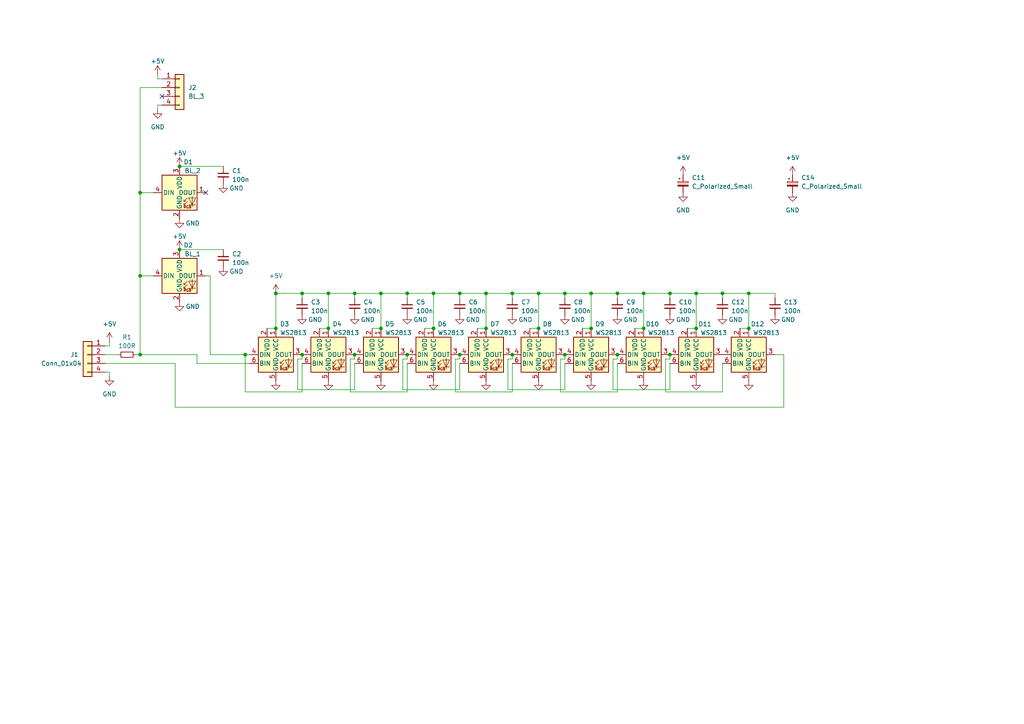
<source format=kicad_sch>
(kicad_sch (version 20230121) (generator eeschema)
  (paper "A4")
  (lib_symbols
    (symbol "Connector_Generic:Conn_01x04" (pin_names (offset 1.016) hide)
      (property "Reference" "J" (at 0 5.08 0))
      (property "Value" "Conn_01x04" (at 0 -7.62 0))
      (symbol "Conn_01x04_1_1"
        (rectangle (start -1.27 -4.953) (end 0 -5.207) (stroke (width 0.1524)))
        (rectangle (start -1.27 -2.413) (end 0 -2.667) (stroke (width 0.1524)))
        (rectangle (start -1.27 0.127) (end 0 -0.127) (stroke (width 0.1524)))
        (rectangle (start -1.27 2.667) (end 0 2.413) (stroke (width 0.1524)))
        (rectangle (start -1.27 3.81) (end 1.27 -6.35) (stroke (width 0.254)) (fill (type background)))
        (pin passive line (at -5.08 2.54 0) (length 3.81) (name "Pin_1") (number "1"))
        (pin passive line (at -5.08 0 0) (length 3.81) (name "Pin_2") (number "2"))
        (pin passive line (at -5.08 -2.54 0) (length 3.81) (name "Pin_3") (number "3"))
        (pin passive line (at -5.08 -5.08 0) (length 3.81) (name "Pin_4") (number "4"))
      )
    )
    (symbol "Device:C_Polarized_Small" (pin_numbers hide) (pin_names (offset 0.254) hide)
      (property "Reference" "C" (at 0.254 1.778 0))
      (property "Value" "C_Polarized_Small" (at 0.254 -2.032 0))
      (symbol "C_Polarized_Small_0_1"
        (rectangle (start -1.524 -0.3048) (end 1.524 -0.6858) (fill (type outline)))
        (rectangle (start -1.524 0.6858) (end 1.524 0.3048))
        (polyline (pts (xy -1.27 1.524) (xy -0.762 1.524)))
        (polyline (pts (xy -1.016 1.27) (xy -1.016 1.778)))
      )
      (symbol "C_Polarized_Small_1_1"
        (pin passive line (at 0 2.54 270) (length 1.8542) (name "~") (number "1"))
        (pin passive line (at 0 -2.54 90) (length 1.8542) (name "~") (number "2"))
      )
    )
    (symbol "Device:C_Small" (pin_numbers hide) (pin_names (offset 0.254) hide)
      (property "Reference" "C" (at 0.254 1.778 0))
      (property "Value" "C_Small" (at 0.254 -2.032 0))
      (symbol "C_Small_0_1"
        (polyline (pts (xy -1.524 -0.508) (xy 1.524 -0.508)) (stroke (width 0.3302)))
        (polyline (pts (xy -1.524 0.508) (xy 1.524 0.508)) (stroke (width 0.3048)))
      )
      (symbol "C_Small_1_1"
        (pin passive line (at 0 2.54 270) (length 2.032) (name "~") (number "1"))
        (pin passive line (at 0 -2.54 90) (length 2.032) (name "~") (number "2"))
      )
    )
    (symbol "Device:R_Small" (pin_numbers hide) (pin_names (offset 0.254) hide)
      (property "Reference" "R" (at 0.762 0.508 0))
      (property "Value" "R_Small" (at 0.762 -1.016 0))
      (symbol "R_Small_0_1"
        (rectangle (start -0.762 1.778) (end 0.762 -1.778) (stroke (width 0.2032)))
      )
      (symbol "R_Small_1_1"
        (pin passive line (at 0 2.54 270) (length 0.762) (name "~") (number "1"))
        (pin passive line (at 0 -2.54 90) (length 0.762) (name "~") (number "2"))
      )
    )
    (symbol "LED:NeoPixel_THT" (pin_names (offset 0.254))
      (property "Reference" "D" (at 5.08 5.715 0))
      (property "Value" "NeoPixel_THT" (at 1.27 -5.715 0))
      (symbol "NeoPixel_THT_0_0"
        (text "RGB" (at 2.286 -4.191 0) (effects (font (size 0.762 0.762))))
      )
      (symbol "NeoPixel_THT_0_1"
        (polyline (pts (xy 1.27 -3.556) (xy 1.778 -3.556)))
        (polyline (pts (xy 1.27 -2.54) (xy 1.778 -2.54)))
        (polyline (pts (xy 4.699 -3.556) (xy 2.667 -3.556)))
        (polyline (pts (xy 2.286 -2.54) (xy 1.27 -3.556) (xy 1.27 -3.048)))
        (polyline (pts (xy 2.286 -1.524) (xy 1.27 -2.54) (xy 1.27 -2.032)))
        (polyline (pts (xy 3.683 -1.016) (xy 3.683 -3.556) (xy 3.683 -4.064)))
        (polyline (pts (xy 4.699 -1.524) (xy 2.667 -1.524) (xy 3.683 -3.556) (xy 4.699 -1.524)))
        (rectangle (start 5.08 5.08) (end -5.08 -5.08) (stroke (width 0.254)) (fill (type background)))
      )
      (symbol "NeoPixel_THT_1_1"
        (pin output line (at 7.62 0 180) (length 2.54) (name "DOUT") (number "1"))
        (pin power_in line (at 0 -7.62 90) (length 2.54) (name "GND") (number "2"))
        (pin power_in line (at 0 7.62 270) (length 2.54) (name "VDD") (number "3"))
        (pin input line (at -7.62 0 0) (length 2.54) (name "DIN") (number "4"))
      )
    )
    (symbol "LED:WS2813" (pin_names (offset 0.254))
      (property "Reference" "D" (at 5.08 5.715 0))
      (property "Value" "WS2813" (at 1.27 -5.715 0))
      (symbol "WS2813_0_0"
        (text "RGB" (at 2.286 -4.191 0) (effects (font (size 0.762 0.762))))
      )
      (symbol "WS2813_0_1"
        (polyline (pts (xy 1.27 -3.556) (xy 1.778 -3.556)))
        (polyline (pts (xy 1.27 -2.54) (xy 1.778 -2.54)))
        (polyline (pts (xy 4.699 -3.556) (xy 2.667 -3.556)))
        (polyline (pts (xy 2.286 -2.54) (xy 1.27 -3.556) (xy 1.27 -3.048)))
        (polyline (pts (xy 2.286 -1.524) (xy 1.27 -2.54) (xy 1.27 -2.032)))
        (polyline (pts (xy 3.683 -1.016) (xy 3.683 -3.556) (xy 3.683 -4.064)))
        (polyline (pts (xy 4.699 -1.524) (xy 2.667 -1.524) (xy 3.683 -3.556) (xy 4.699 -1.524)))
        (rectangle (start 5.08 5.08) (end -5.08 -5.08) (stroke (width 0.254)) (fill (type background)))
      )
      (symbol "WS2813_1_1"
        (pin power_in line (at 0 7.62 270) (length 2.54) (name "VCC") (number "1"))
        (pin power_in line (at -2.54 7.62 270) (length 2.54) (name "VDD") (number "2"))
        (pin output line (at 7.62 0 180) (length 2.54) (name "DOUT") (number "3"))
        (pin input line (at -7.62 0 0) (length 2.54) (name "DIN") (number "4"))
        (pin power_in line (at 0 -7.62 90) (length 2.54) (name "GND") (number "5"))
        (pin input line (at -7.62 -2.54 0) (length 2.54) (name "BIN") (number "6"))
      )
    )
    (symbol "power:+5V" (power) (pin_names (offset 0))
      (property "Value" "+5V" (at 0 3.556 0))
      (symbol "+5V_0_1"
        (polyline (pts (xy -0.762 1.27) (xy 0 2.54)))
        (polyline (pts (xy 0 0) (xy 0 2.54)))
        (polyline (pts (xy 0 2.54) (xy 0.762 1.27)))
      )
      (symbol "+5V_1_1"
        (pin power_in line (at 0 0 90) (length 0) hide (name "+5V") (number "1"))
      )
    )
    (symbol "power:GND" (power) (pin_names (offset 0))
      (property "Value" "GND" (at 0 -3.81 0))
      (symbol "GND_0_1"
        (polyline (pts (xy 0 0) (xy 0 -1.27) (xy 1.27 -1.27) (xy 0 -2.54) (xy -1.27 -1.27) (xy 0 -1.27)))
      )
      (symbol "GND_1_1"
        (pin power_in line (at 0 0 270) (length 0) hide (name "GND") (number "1"))
      )
    )
  )
  (junction (at 118.11 85.09))
  (junction (at 140.97 95.25))
  (junction (at 179.07 102.87))
  (junction (at 217.17 95.25))
  (junction (at 71.12 102.87))
  (junction (at 80.01 95.25))
  (junction (at 156.21 95.25))
  (junction (at 171.45 95.25))
  (junction (at 40.64 80.01))
  (junction (at 40.64 102.87))
  (junction (at 201.93 85.09))
  (junction (at 194.31 102.87))
  (junction (at 125.73 85.09))
  (junction (at 40.64 55.88))
  (junction (at 163.83 85.09))
  (junction (at 102.87 102.87))
  (junction (at 95.25 95.25))
  (junction (at 118.11 102.87))
  (junction (at 186.69 95.25))
  (junction (at 95.25 85.09))
  (junction (at 52.07 48.26))
  (junction (at 186.69 85.09))
  (junction (at 110.49 95.25))
  (junction (at 217.17 85.09))
  (junction (at 171.45 85.09))
  (junction (at 148.59 102.87))
  (junction (at 201.93 95.25))
  (junction (at 102.87 85.09))
  (junction (at 148.59 85.09))
  (junction (at 87.63 85.09))
  (junction (at 156.21 85.09))
  (junction (at 133.35 102.87))
  (junction (at 179.07 85.09))
  (junction (at 194.31 85.09))
  (junction (at 209.55 85.09))
  (junction (at 125.73 95.25))
  (junction (at 52.07 72.39))
  (junction (at 133.35 85.09))
  (junction (at 140.97 85.09))
  (junction (at 80.01 85.09))
  (junction (at 163.83 102.87))
  (junction (at 110.49 85.09))
  (junction (at 87.63 102.87))
  (no_connect (at 59.69 55.88))
  (no_connect (at 46.99 27.94))
  (wire (pts (xy 148.59 104.14) (xy 147.32 104.14)))
  (wire (pts (xy 163.83 102.87) (xy 163.83 104.14)))
  (wire (pts (xy 110.49 85.09) (xy 118.11 85.09)))
  (wire (pts (xy 118.11 104.14) (xy 116.84 104.14)))
  (wire (pts (xy 177.8 113.03) (xy 194.31 113.03)))
  (wire (pts (xy 147.32 113.03) (xy 163.83 113.03)))
  (wire (pts (xy 87.63 113.665) (xy 87.63 105.41)))
  (wire (pts (xy 80.01 85.09) (xy 87.63 85.09)))
  (wire (pts (xy 133.35 85.09) (xy 140.97 85.09)))
  (wire (pts (xy 57.15 105.41) (xy 72.39 105.41)))
  (wire (pts (xy 201.93 85.09) (xy 209.55 85.09)))
  (wire (pts (xy 193.04 113.665) (xy 209.55 113.665)))
  (wire (pts (xy 132.08 104.14) (xy 132.08 113.665)))
  (wire (pts (xy 209.55 85.09) (xy 209.55 86.36)))
  (wire (pts (xy 186.69 85.09) (xy 194.31 85.09)))
  (wire (pts (xy 179.07 104.14) (xy 177.8 104.14)))
  (wire (pts (xy 147.32 104.14) (xy 147.32 113.03)))
  (wire (pts (xy 102.87 102.87) (xy 102.87 104.14)))
  (wire (pts (xy 214.63 95.25) (xy 217.17 95.25)))
  (wire (pts (xy 171.45 85.09) (xy 179.07 85.09)))
  (wire (pts (xy 102.87 104.14) (xy 101.6 104.14)))
  (wire (pts (xy 118.11 85.09) (xy 125.73 85.09)))
  (wire (pts (xy 77.47 95.25) (xy 80.01 95.25)))
  (wire (pts (xy 59.69 80.01) (xy 60.96 80.01)))
  (wire (pts (xy 156.21 95.25) (xy 156.21 85.09)))
  (wire (pts (xy 201.93 95.25) (xy 201.93 85.09)))
  (wire (pts (xy 60.96 80.01) (xy 60.96 102.87)))
  (wire (pts (xy 132.08 113.665) (xy 148.59 113.665)))
  (wire (pts (xy 138.43 95.25) (xy 140.97 95.25)))
  (wire (pts (xy 57.15 102.87) (xy 57.15 105.41)))
  (wire (pts (xy 163.83 85.09) (xy 163.83 86.36)))
  (wire (pts (xy 179.07 102.87) (xy 179.07 104.14)))
  (wire (pts (xy 217.17 85.09) (xy 224.79 85.09)))
  (wire (pts (xy 133.35 104.14) (xy 132.08 104.14)))
  (wire (pts (xy 102.87 85.09) (xy 102.87 86.36)))
  (wire (pts (xy 40.64 102.87) (xy 40.64 80.01)))
  (wire (pts (xy 184.15 95.25) (xy 186.69 95.25)))
  (wire (pts (xy 163.83 104.14) (xy 162.56 104.14)))
  (wire (pts (xy 45.72 22.86) (xy 46.99 22.86)))
  (wire (pts (xy 87.63 85.09) (xy 87.63 86.36)))
  (wire (pts (xy 148.59 113.665) (xy 148.59 105.41)))
  (wire (pts (xy 163.83 113.03) (xy 163.83 105.41)))
  (wire (pts (xy 125.73 85.09) (xy 133.35 85.09)))
  (wire (pts (xy 116.84 113.03) (xy 133.35 113.03)))
  (wire (pts (xy 118.11 113.665) (xy 118.11 105.41)))
  (wire (pts (xy 133.35 102.87) (xy 133.35 104.14)))
  (wire (pts (xy 118.11 102.87) (xy 118.11 104.14)))
  (wire (pts (xy 193.04 104.14) (xy 193.04 113.665)))
  (wire (pts (xy 71.12 102.87) (xy 72.39 102.87)))
  (wire (pts (xy 133.35 113.03) (xy 133.35 105.41)))
  (wire (pts (xy 80.01 95.25) (xy 80.01 85.09)))
  (wire (pts (xy 148.59 85.09) (xy 148.59 86.36)))
  (wire (pts (xy 125.73 95.25) (xy 125.73 85.09)))
  (wire (pts (xy 148.59 85.09) (xy 156.21 85.09)))
  (wire (pts (xy 194.31 102.87) (xy 194.31 104.14)))
  (wire (pts (xy 107.95 95.25) (xy 110.49 95.25)))
  (wire (pts (xy 162.56 113.665) (xy 179.07 113.665)))
  (wire (pts (xy 194.31 113.03) (xy 194.31 105.41)))
  (wire (pts (xy 30.48 102.87) (xy 34.29 102.87)))
  (wire (pts (xy 40.64 25.4) (xy 40.64 55.88)))
  (wire (pts (xy 140.97 85.09) (xy 148.59 85.09)))
  (wire (pts (xy 86.36 113.03) (xy 102.87 113.03)))
  (wire (pts (xy 95.25 95.25) (xy 95.25 85.09)))
  (wire (pts (xy 102.87 113.03) (xy 102.87 105.41)))
  (wire (pts (xy 40.64 102.87) (xy 57.15 102.87)))
  (wire (pts (xy 50.8 118.11) (xy 227.33 118.11)))
  (wire (pts (xy 31.75 107.95) (xy 31.75 109.22)))
  (wire (pts (xy 30.48 105.41) (xy 50.8 105.41)))
  (wire (pts (xy 156.21 85.09) (xy 163.83 85.09)))
  (wire (pts (xy 40.64 25.4) (xy 46.99 25.4)))
  (wire (pts (xy 50.8 118.11) (xy 50.8 105.41)))
  (wire (pts (xy 171.45 95.25) (xy 171.45 85.09)))
  (wire (pts (xy 30.48 107.95) (xy 31.75 107.95)))
  (wire (pts (xy 102.87 85.09) (xy 110.49 85.09)))
  (wire (pts (xy 209.55 113.665) (xy 209.55 105.41)))
  (wire (pts (xy 179.07 85.09) (xy 186.69 85.09)))
  (wire (pts (xy 217.17 95.25) (xy 217.17 85.09)))
  (wire (pts (xy 194.31 85.09) (xy 201.93 85.09)))
  (wire (pts (xy 52.07 72.39) (xy 64.77 72.39)))
  (wire (pts (xy 194.31 85.09) (xy 194.31 86.36)))
  (wire (pts (xy 140.97 95.25) (xy 140.97 85.09)))
  (wire (pts (xy 45.72 21.59) (xy 45.72 22.86)))
  (wire (pts (xy 199.39 95.25) (xy 201.93 95.25)))
  (wire (pts (xy 177.8 104.14) (xy 177.8 113.03)))
  (wire (pts (xy 179.07 85.09) (xy 179.07 86.36)))
  (wire (pts (xy 162.56 104.14) (xy 162.56 113.665)))
  (wire (pts (xy 133.35 85.09) (xy 133.35 86.36)))
  (wire (pts (xy 227.33 118.11) (xy 227.33 102.87)))
  (wire (pts (xy 118.11 85.09) (xy 118.11 86.36)))
  (wire (pts (xy 87.63 104.14) (xy 86.36 104.14)))
  (wire (pts (xy 40.64 80.01) (xy 40.64 55.88)))
  (wire (pts (xy 46.99 30.48) (xy 45.72 30.48)))
  (wire (pts (xy 87.63 102.87) (xy 87.63 104.14)))
  (wire (pts (xy 116.84 104.14) (xy 116.84 113.03)))
  (wire (pts (xy 194.31 104.14) (xy 193.04 104.14)))
  (wire (pts (xy 148.59 102.87) (xy 148.59 104.14)))
  (wire (pts (xy 87.63 85.09) (xy 95.25 85.09)))
  (wire (pts (xy 45.72 30.48) (xy 45.72 31.75)))
  (wire (pts (xy 40.64 55.88) (xy 44.45 55.88)))
  (wire (pts (xy 39.37 102.87) (xy 40.64 102.87)))
  (wire (pts (xy 224.79 85.09) (xy 224.79 86.36)))
  (wire (pts (xy 179.07 113.665) (xy 179.07 105.41)))
  (wire (pts (xy 71.12 113.665) (xy 87.63 113.665)))
  (wire (pts (xy 31.75 100.33) (xy 31.75 99.06)))
  (wire (pts (xy 95.25 85.09) (xy 102.87 85.09)))
  (wire (pts (xy 168.91 95.25) (xy 171.45 95.25)))
  (wire (pts (xy 101.6 113.665) (xy 118.11 113.665)))
  (wire (pts (xy 153.67 95.25) (xy 156.21 95.25)))
  (wire (pts (xy 209.55 85.09) (xy 217.17 85.09)))
  (wire (pts (xy 30.48 100.33) (xy 31.75 100.33)))
  (wire (pts (xy 110.49 95.25) (xy 110.49 85.09)))
  (wire (pts (xy 186.69 95.25) (xy 186.69 85.09)))
  (wire (pts (xy 227.33 102.87) (xy 224.79 102.87)))
  (wire (pts (xy 86.36 104.14) (xy 86.36 113.03)))
  (wire (pts (xy 123.19 95.25) (xy 125.73 95.25)))
  (wire (pts (xy 52.07 48.26) (xy 64.77 48.26)))
  (wire (pts (xy 40.64 80.01) (xy 44.45 80.01)))
  (wire (pts (xy 71.12 102.87) (xy 71.12 113.665)))
  (wire (pts (xy 101.6 104.14) (xy 101.6 113.665)))
  (wire (pts (xy 163.83 85.09) (xy 171.45 85.09)))
  (wire (pts (xy 92.71 95.25) (xy 95.25 95.25)))
  (wire (pts (xy 60.96 102.87) (xy 71.12 102.87)))
  (symbol (lib_id "power:GND") (at 156.21 110.49 0) (unit 1)
    (property "Reference" "#PWR030" (effects hide))
    (property "Value" "GND" (effects hide))
  )
  (symbol (lib_id "power:GND") (at 118.11 91.44 0) (unit 1)
    (property "Reference" "#PWR014" (effects hide))
    (property "Value" "GND" (at 121.92 92.71 0))
  )
  (symbol (lib_id "LED:WS2813") (at 171.45 102.87 0) (unit 1)
    (property "Reference" "D9" (at 173.99 93.98 0))
    (property "Value" "WS2813" (at 176.53 96.52 0))
    (property "Footprint" "LED_SMD:LED_WS2812_PLCC6_5.0x5.0mm_P1.6mm" (effects hide))
    (property "Datasheet" "http://www.normandled.com/upload/201605/WS2813%20LED%20Datasheet.pdf" (effects hide))
  )
  (symbol (lib_id "power:GND") (at 209.55 91.44 0) (unit 1)
    (property "Reference" "#PWR022" (effects hide))
    (property "Value" "GND" (at 213.36 92.71 0))
  )
  (symbol (lib_id "LED:WS2813") (at 186.69 102.87 0) (unit 1)
    (property "Reference" "D10" (at 189.23 93.98 0))
    (property "Value" "WS2813" (at 191.77 96.52 0))
    (property "Footprint" "LED_SMD:LED_WS2812_PLCC6_5.0x5.0mm_P1.6mm" (effects hide))
    (property "Datasheet" "http://www.normandled.com/upload/201605/WS2813%20LED%20Datasheet.pdf" (effects hide))
  )
  (symbol (lib_id "LED:NeoPixel_THT") (at 52.07 80.01 0) (unit 1)
    (property "Reference" "D2" (at 54.61 71.12 0))
    (property "Value" "BL_1" (at 55.88 73.66 0))
    (property "Footprint" "LED_THT:LED_D5.0mm-4_RGB" (effects hide))
    (property "Datasheet" "https://www.adafruit.com/product/1938" (effects hide))
  )
  (symbol (lib_id "power:GND") (at 64.77 77.47 0) (unit 1)
    (property "Reference" "#PWR010" (effects hide))
    (property "Value" "GND" (at 68.58 78.74 0))
  )
  (symbol (lib_id "LED:WS2813") (at 217.17 102.87 0) (unit 1)
    (property "Reference" "D12" (at 219.71 93.98 0))
    (property "Value" "WS2813" (at 222.25 96.52 0))
    (property "Footprint" "LED_SMD:LED_WS2812_PLCC6_5.0x5.0mm_P1.6mm" (effects hide))
    (property "Datasheet" "http://www.normandled.com/upload/201605/WS2813%20LED%20Datasheet.pdf" (effects hide))
  )
  (symbol (lib_id "power:GND") (at 179.07 91.44 0) (unit 1)
    (property "Reference" "#PWR018" (effects hide))
    (property "Value" "GND" (at 182.88 92.71 0))
  )
  (symbol (lib_id "LED:WS2813") (at 140.97 102.87 0) (unit 1)
    (property "Reference" "D7" (at 143.51 93.98 0))
    (property "Value" "WS2813" (at 146.05 96.52 0))
    (property "Footprint" "LED_SMD:LED_WS2812_PLCC6_5.0x5.0mm_P1.6mm" (effects hide))
    (property "Datasheet" "http://www.normandled.com/upload/201605/WS2813%20LED%20Datasheet.pdf" (effects hide))
  )
  (symbol (lib_id "power:GND") (at 148.59 91.44 0) (unit 1)
    (property "Reference" "#PWR016" (effects hide))
    (property "Value" "GND" (at 152.4 92.71 0))
  )
  (symbol (lib_id "Device:C_Small") (at 102.87 88.9 0) (unit 1)
    (property "Reference" "C4" (at 105.41 87.6362 0) (effects (justify left)))
    (property "Value" "100n" (at 105.41 90.1762 0) (effects (justify left)))
    (property "Footprint" "Capacitor_SMD:C_0805_2012Metric_Pad1.18x1.45mm_HandSolder" (effects hide))
  )
  (symbol (lib_id "LED:WS2813") (at 201.93 102.87 0) (unit 1)
    (property "Reference" "D11" (at 204.47 93.98 0))
    (property "Value" "WS2813" (at 207.01 96.52 0))
    (property "Footprint" "LED_SMD:LED_WS2812_PLCC6_5.0x5.0mm_P1.6mm" (effects hide))
    (property "Datasheet" "http://www.normandled.com/upload/201605/WS2813%20LED%20Datasheet.pdf" (effects hide))
  )
  (symbol (lib_id "power:GND") (at 198.12 55.88 0) (unit 1)
    (property "Reference" "#PWR021" (effects hide))
    (property "Value" "GND" (at 198.12 60.96 0))
  )
  (symbol (lib_id "Device:C_Small") (at 148.59 88.9 0) (unit 1)
    (property "Reference" "C7" (at 151.13 87.6362 0) (effects (justify left)))
    (property "Value" "100n" (at 151.13 90.1762 0) (effects (justify left)))
    (property "Footprint" "Capacitor_SMD:C_0805_2012Metric_Pad1.18x1.45mm_HandSolder" (effects hide))
  )
  (symbol (lib_id "power:+5V") (at 52.07 48.26 0) (unit 1)
    (property "Reference" "#PWR05" (effects hide))
    (property "Value" "+5V" (at 52.07 44.45 0))
  )
  (symbol (lib_id "Device:C_Small") (at 209.55 88.9 0) (unit 1)
    (property "Reference" "C12" (at 212.09 87.6362 0) (effects (justify left)))
    (property "Value" "100n" (at 212.09 90.1762 0) (effects (justify left)))
    (property "Footprint" "Capacitor_SMD:C_0805_2012Metric_Pad1.18x1.45mm_HandSolder" (effects hide))
  )
  (symbol (lib_id "Device:C_Small") (at 64.77 50.8 0) (unit 1)
    (property "Reference" "C1" (at 67.31 49.5362 0) (effects (justify left)))
    (property "Value" "100n" (at 67.31 52.0762 0) (effects (justify left)))
    (property "Footprint" "Capacitor_SMD:C_0805_2012Metric_Pad1.18x1.45mm_HandSolder" (effects hide))
  )
  (symbol (lib_id "power:GND") (at 52.07 87.63 0) (unit 1)
    (property "Reference" "#PWR08" (effects hide))
    (property "Value" "GND" (at 55.88 88.9 0))
  )
  (symbol (lib_id "Device:C_Small") (at 163.83 88.9 0) (unit 1)
    (property "Reference" "C8" (at 166.37 87.6362 0) (effects (justify left)))
    (property "Value" "100n" (at 166.37 90.1762 0) (effects (justify left)))
    (property "Footprint" "Capacitor_SMD:C_0805_2012Metric_Pad1.18x1.45mm_HandSolder" (effects hide))
  )
  (symbol (lib_id "power:GND") (at 125.73 110.49 0) (unit 1)
    (property "Reference" "#PWR032" (effects hide))
    (property "Value" "GND" (effects hide))
  )
  (symbol (lib_id "power:GND") (at 186.69 110.49 0) (unit 1)
    (property "Reference" "#PWR028" (effects hide))
    (property "Value" "GND" (effects hide))
  )
  (symbol (lib_id "Device:C_Small") (at 87.63 88.9 0) (unit 1)
    (property "Reference" "C3" (at 90.17 87.6362 0) (effects (justify left)))
    (property "Value" "100n" (at 90.17 90.1762 0) (effects (justify left)))
    (property "Footprint" "Capacitor_SMD:C_0805_2012Metric_Pad1.18x1.45mm_HandSolder" (effects hide))
  )
  (symbol (lib_id "power:GND") (at 64.77 53.34 0) (unit 1)
    (property "Reference" "#PWR09" (effects hide))
    (property "Value" "GND" (at 68.58 54.61 0))
  )
  (symbol (lib_id "LED:WS2813") (at 110.49 102.87 0) (unit 1)
    (property "Reference" "D5" (at 113.03 93.98 0))
    (property "Value" "WS2813" (at 115.57 96.52 0))
    (property "Footprint" "LED_SMD:LED_WS2812_PLCC6_5.0x5.0mm_P1.6mm" (effects hide))
    (property "Datasheet" "http://www.normandled.com/upload/201605/WS2813%20LED%20Datasheet.pdf" (effects hide))
  )
  (symbol (lib_id "power:GND") (at 194.31 91.44 0) (unit 1)
    (property "Reference" "#PWR019" (effects hide))
    (property "Value" "GND" (at 198.12 92.71 0))
  )
  (symbol (lib_id "power:GND") (at 217.17 110.49 0) (unit 1)
    (property "Reference" "#PWR023" (effects hide))
    (property "Value" "GND" (effects hide))
  )
  (symbol (lib_id "power:GND") (at 224.79 91.44 0) (unit 1)
    (property "Reference" "#PWR024" (effects hide))
    (property "Value" "GND" (at 228.6 92.71 0))
  )
  (symbol (lib_id "LED:WS2813") (at 95.25 102.87 0) (unit 1)
    (property "Reference" "D4" (at 97.79 93.98 0))
    (property "Value" "WS2813" (at 100.33 96.52 0))
    (property "Footprint" "LED_SMD:LED_WS2812_PLCC6_5.0x5.0mm_P1.6mm" (effects hide))
    (property "Datasheet" "http://www.normandled.com/upload/201605/WS2813%20LED%20Datasheet.pdf" (effects hide))
  )
  (symbol (lib_id "power:+5V") (at 31.75 99.06 0) (unit 1)
    (property "Reference" "#PWR01" (effects hide))
    (property "Value" "+5V" (at 31.75 93.98 0))
  )
  (symbol (lib_id "power:GND") (at 201.93 110.49 0) (unit 1)
    (property "Reference" "#PWR027" (effects hide))
    (property "Value" "GND" (effects hide))
  )
  (symbol (lib_id "Device:C_Polarized_Small") (at 198.12 53.34 0) (unit 1)
    (property "Reference" "C11" (at 200.66 51.5238 0) (effects (justify left)))
    (property "Value" "C_Polarized_Small" (at 200.66 54.0638 0) (effects (justify left)))
    (property "Footprint" "Capacitor_THT:CP_Radial_D8.0mm_P2.50mm" (effects hide))
  )
  (symbol (lib_id "Device:C_Small") (at 118.11 88.9 0) (unit 1)
    (property "Reference" "C5" (at 120.65 87.6362 0) (effects (justify left)))
    (property "Value" "100n" (at 120.65 90.1762 0) (effects (justify left)))
    (property "Footprint" "Capacitor_SMD:C_0805_2012Metric_Pad1.18x1.45mm_HandSolder" (effects hide))
  )
  (symbol (lib_id "power:GND") (at 163.83 91.44 0) (unit 1)
    (property "Reference" "#PWR017" (effects hide))
    (property "Value" "GND" (at 167.64 92.71 0))
  )
  (symbol (lib_id "Device:C_Small") (at 224.79 88.9 0) (unit 1)
    (property "Reference" "C13" (at 227.33 87.6362 0) (effects (justify left)))
    (property "Value" "100n" (at 227.33 90.1762 0) (effects (justify left)))
    (property "Footprint" "Capacitor_SMD:C_0805_2012Metric_Pad1.18x1.45mm_HandSolder" (effects hide))
  )
  (symbol (lib_id "power:GND") (at 171.45 110.49 0) (unit 1)
    (property "Reference" "#PWR029" (effects hide))
    (property "Value" "GND" (effects hide))
  )
  (symbol (lib_id "Device:R_Small") (at 36.83 102.87 90) (unit 1)
    (property "Reference" "R1" (at 36.83 97.79 90))
    (property "Value" "100R" (at 36.83 100.33 90))
    (property "Footprint" "Resistor_SMD:R_0805_2012Metric_Pad1.20x1.40mm_HandSolder" (effects hide))
  )
  (symbol (lib_id "power:GND") (at 31.75 109.22 0) (unit 1)
    (property "Reference" "#PWR02" (effects hide))
    (property "Value" "GND" (at 31.75 114.3 0))
  )
  (symbol (lib_id "power:GND") (at 110.49 110.49 0) (unit 1)
    (property "Reference" "#PWR033" (effects hide))
    (property "Value" "GND" (effects hide))
  )
  (symbol (lib_id "LED:WS2813") (at 125.73 102.87 0) (unit 1)
    (property "Reference" "D6" (at 128.27 93.98 0))
    (property "Value" "WS2813" (at 130.81 96.52 0))
    (property "Footprint" "LED_SMD:LED_WS2812_PLCC6_5.0x5.0mm_P1.6mm" (effects hide))
    (property "Datasheet" "http://www.normandled.com/upload/201605/WS2813%20LED%20Datasheet.pdf" (effects hide))
  )
  (symbol (lib_id "power:+5V") (at 45.72 21.59 0) (unit 1)
    (property "Reference" "#PWR03" (effects hide))
    (property "Value" "+5V" (at 45.72 17.78 0))
  )
  (symbol (lib_id "Connector_Generic:Conn_01x04") (at 25.4 102.87 0) (mirror y) (unit 1)
    (property "Reference" "J1" (at 21.59 102.87 0))
    (property "Value" "Conn_01x04" (at 17.78 105.41 0))
    (property "Footprint" "Connector_JST:JST_XH_B4B-XH-A_1x04_P2.50mm_Vertical" (effects hide))
  )
  (symbol (lib_id "power:GND") (at 102.87 91.44 0) (unit 1)
    (property "Reference" "#PWR013" (effects hide))
    (property "Value" "GND" (at 106.68 92.71 0))
  )
  (symbol (lib_id "Connector_Generic:Conn_01x04") (at 52.07 25.4 0) (unit 1)
    (property "Reference" "J2" (at 54.61 25.3999 0) (effects (justify left)))
    (property "Value" "BL_3" (at 54.61 27.9399 0) (effects (justify left)))
    (property "Footprint" "Connector_JST:JST_XH_B4B-XH-A_1x04_P2.50mm_Vertical" (effects hide))
  )
  (symbol (lib_id "LED:NeoPixel_THT") (at 52.07 55.88 0) (unit 1)
    (property "Reference" "D1" (at 54.61 46.99 0))
    (property "Value" "BL_2" (at 55.88 49.53 0))
    (property "Footprint" "LED_THT:LED_D5.0mm-4_RGB" (effects hide))
    (property "Datasheet" "https://www.adafruit.com/product/1938" (effects hide))
  )
  (symbol (lib_id "power:+5V") (at 52.07 72.39 0) (unit 1)
    (property "Reference" "#PWR07" (effects hide))
    (property "Value" "+5V" (at 52.07 68.58 0))
  )
  (symbol (lib_id "power:GND") (at 45.72 31.75 0) (mirror y) (unit 1)
    (property "Reference" "#PWR04" (effects hide))
    (property "Value" "GND" (at 45.72 36.83 0))
  )
  (symbol (lib_id "Device:C_Polarized_Small") (at 229.87 53.34 0) (unit 1)
    (property "Reference" "C14" (at 232.41 51.5238 0) (effects (justify left)))
    (property "Value" "C_Polarized_Small" (at 232.41 54.0638 0) (effects (justify left)))
    (property "Footprint" "Capacitor_THT:CP_Radial_D8.0mm_P2.50mm" (effects hide))
  )
  (symbol (lib_id "LED:WS2813") (at 80.01 102.87 0) (unit 1)
    (property "Reference" "D3" (at 82.55 93.98 0))
    (property "Value" "WS2813" (at 85.09 96.52 0))
    (property "Footprint" "LED_SMD:LED_WS2812_PLCC6_5.0x5.0mm_P1.6mm" (effects hide))
    (property "Datasheet" "http://www.normandled.com/upload/201605/WS2813%20LED%20Datasheet.pdf" (effects hide))
  )
  (symbol (lib_id "power:GND") (at 140.97 110.49 0) (unit 1)
    (property "Reference" "#PWR031" (effects hide))
    (property "Value" "GND" (effects hide))
  )
  (symbol (lib_id "power:+5V") (at 198.12 50.8 0) (unit 1)
    (property "Reference" "#PWR020" (effects hide))
    (property "Value" "+5V" (at 198.12 45.72 0))
  )
  (symbol (lib_id "power:+5V") (at 229.87 50.8 0) (unit 1)
    (property "Reference" "#PWR025" (effects hide))
    (property "Value" "+5V" (at 229.87 45.72 0))
  )
  (symbol (lib_id "Device:C_Small") (at 133.35 88.9 0) (unit 1)
    (property "Reference" "C6" (at 135.89 87.6362 0) (effects (justify left)))
    (property "Value" "100n" (at 135.89 90.1762 0) (effects (justify left)))
    (property "Footprint" "Capacitor_SMD:C_0805_2012Metric_Pad1.18x1.45mm_HandSolder" (effects hide))
  )
  (symbol (lib_id "Device:C_Small") (at 64.77 74.93 0) (unit 1)
    (property "Reference" "C2" (at 67.31 73.6662 0) (effects (justify left)))
    (property "Value" "100n" (at 67.31 76.2062 0) (effects (justify left)))
    (property "Footprint" "Capacitor_SMD:C_0805_2012Metric_Pad1.18x1.45mm_HandSolder" (effects hide))
  )
  (symbol (lib_id "power:GND") (at 229.87 55.88 0) (unit 1)
    (property "Reference" "#PWR026" (effects hide))
    (property "Value" "GND" (at 229.87 60.96 0))
  )
  (symbol (lib_id "power:GND") (at 80.01 110.49 0) (unit 1)
    (property "Reference" "#PWR035" (effects hide))
    (property "Value" "GND" (effects hide))
  )
  (symbol (lib_id "Device:C_Small") (at 179.07 88.9 0) (unit 1)
    (property "Reference" "C9" (at 181.61 87.6362 0) (effects (justify left)))
    (property "Value" "100n" (at 181.61 90.1762 0) (effects (justify left)))
    (property "Footprint" "Capacitor_SMD:C_0805_2012Metric_Pad1.18x1.45mm_HandSolder" (effects hide))
  )
  (symbol (lib_id "power:GND") (at 133.35 91.44 0) (unit 1)
    (property "Reference" "#PWR015" (effects hide))
    (property "Value" "GND" (at 137.16 92.71 0))
  )
  (symbol (lib_id "LED:WS2813") (at 156.21 102.87 0) (unit 1)
    (property "Reference" "D8" (at 158.75 93.98 0))
    (property "Value" "WS2813" (at 161.29 96.52 0))
    (property "Footprint" "LED_SMD:LED_WS2812_PLCC6_5.0x5.0mm_P1.6mm" (effects hide))
    (property "Datasheet" "http://www.normandled.com/upload/201605/WS2813%20LED%20Datasheet.pdf" (effects hide))
  )
  (symbol (lib_id "power:GND") (at 52.07 63.5 0) (unit 1)
    (property "Reference" "#PWR06" (effects hide))
    (property "Value" "GND" (at 55.88 64.77 0))
  )
  (symbol (lib_id "Device:C_Small") (at 194.31 88.9 0) (unit 1)
    (property "Reference" "C10" (at 196.85 87.6362 0) (effects (justify left)))
    (property "Value" "100n" (at 196.85 90.1762 0) (effects (justify left)))
    (property "Footprint" "Capacitor_SMD:C_0805_2012Metric_Pad1.18x1.45mm_HandSolder" (effects hide))
  )
  (symbol (lib_id "power:GND") (at 87.63 91.44 0) (unit 1)
    (property "Reference" "#PWR012" (effects hide))
    (property "Value" "GND" (at 91.44 92.71 0))
  )
  (symbol (lib_id "power:GND") (at 95.25 110.49 0) (unit 1)
    (property "Reference" "#PWR034" (effects hide))
    (property "Value" "GND" (effects hide))
  )
  (symbol (lib_id "power:+5V") (at 80.01 85.09 0) (unit 1)
    (property "Reference" "#PWR011" (effects hide))
    (property "Value" "+5V" (at 80.01 80.01 0))
  )
)
</source>
